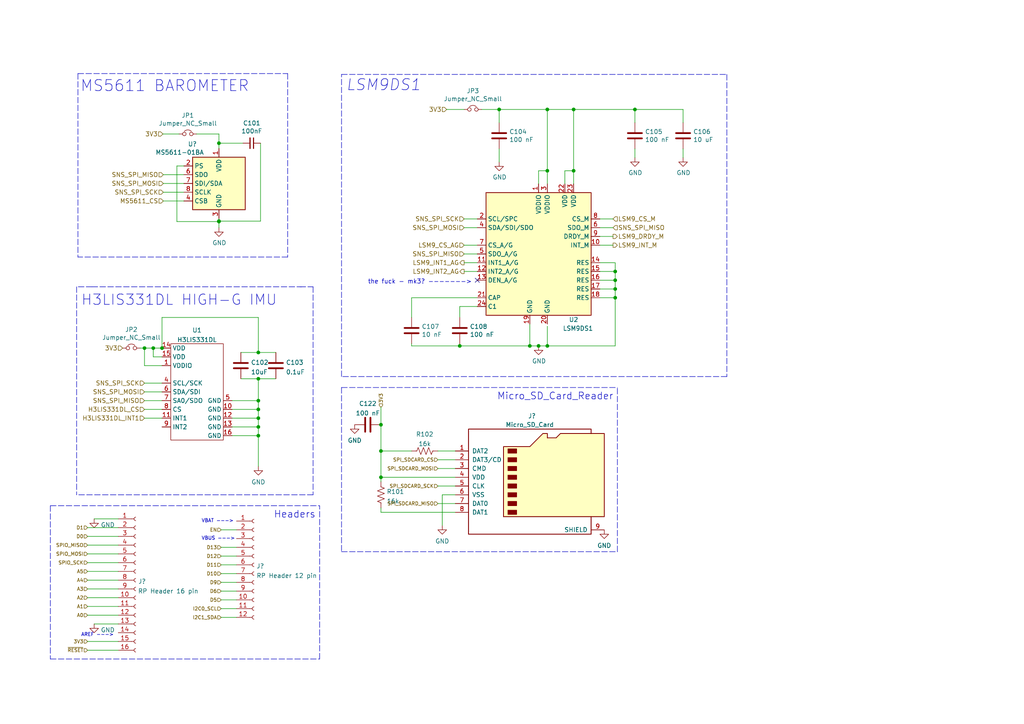
<source format=kicad_sch>
(kicad_sch (version 20211123) (generator eeschema)
  (paper "A4")
  (lib_symbols
    (symbol "Connector:Conn_01x12_Female" (pin_names (offset 1.016) hide)
      (property "Reference" "J" (at 0 15.24 0))
      (property "Value" "Conn_01x12_Female" (at 0 -17.78 0))
      (symbol "Conn_01x12_Female_1_1"
        (pin passive line (at -5.08 12.7 0) (length 3.81) (name "Pin_1") (number "1"))
        (pin passive line (at -5.08 -10.16 0) (length 3.81) (name "Pin_10") (number "10"))
        (pin passive line (at -5.08 -12.7 0) (length 3.81) (name "Pin_11") (number "11"))
        (pin passive line (at -5.08 -15.24 0) (length 3.81) (name "Pin_12") (number "12"))
        (pin passive line (at -5.08 10.16 0) (length 3.81) (name "Pin_2") (number "2"))
        (pin passive line (at -5.08 7.62 0) (length 3.81) (name "Pin_3") (number "3"))
        (pin passive line (at -5.08 5.08 0) (length 3.81) (name "Pin_4") (number "4"))
        (pin passive line (at -5.08 2.54 0) (length 3.81) (name "Pin_5") (number "5"))
        (pin passive line (at -5.08 0 0) (length 3.81) (name "Pin_6") (number "6"))
        (pin passive line (at -5.08 -2.54 0) (length 3.81) (name "Pin_7") (number "7"))
        (pin passive line (at -5.08 -5.08 0) (length 3.81) (name "Pin_8") (number "8"))
        (pin passive line (at -5.08 -7.62 0) (length 3.81) (name "Pin_9") (number "9"))
      )
    )
    (symbol "Connector:Conn_01x16_Female" (pin_names (offset 1.016) hide)
      (property "Reference" "J" (at 0 20.32 0))
      (property "Value" "Conn_01x16_Female" (at 0 -22.86 0))
      (symbol "Conn_01x16_Female_1_1"
        (pin passive line (at -5.08 17.78 0) (length 3.81) (name "Pin_1") (number "1"))
        (pin passive line (at -5.08 -5.08 0) (length 3.81) (name "Pin_10") (number "10"))
        (pin passive line (at -5.08 -7.62 0) (length 3.81) (name "Pin_11") (number "11"))
        (pin passive line (at -5.08 -10.16 0) (length 3.81) (name "Pin_12") (number "12"))
        (pin passive line (at -5.08 -12.7 0) (length 3.81) (name "Pin_13") (number "13"))
        (pin passive line (at -5.08 -15.24 0) (length 3.81) (name "Pin_14") (number "14"))
        (pin passive line (at -5.08 -17.78 0) (length 3.81) (name "Pin_15") (number "15"))
        (pin passive line (at -5.08 -20.32 0) (length 3.81) (name "Pin_16") (number "16"))
        (pin passive line (at -5.08 15.24 0) (length 3.81) (name "Pin_2") (number "2"))
        (pin passive line (at -5.08 12.7 0) (length 3.81) (name "Pin_3") (number "3"))
        (pin passive line (at -5.08 10.16 0) (length 3.81) (name "Pin_4") (number "4"))
        (pin passive line (at -5.08 7.62 0) (length 3.81) (name "Pin_5") (number "5"))
        (pin passive line (at -5.08 5.08 0) (length 3.81) (name "Pin_6") (number "6"))
        (pin passive line (at -5.08 2.54 0) (length 3.81) (name "Pin_7") (number "7"))
        (pin passive line (at -5.08 0 0) (length 3.81) (name "Pin_8") (number "8"))
        (pin passive line (at -5.08 -2.54 0) (length 3.81) (name "Pin_9") (number "9"))
      )
    )
    (symbol "Connector:Micro_SD_Card" (pin_names (offset 1.016))
      (property "Reference" "J" (at -16.51 15.24 0))
      (property "Value" "Micro_SD_Card" (at 16.51 15.24 0))
      (symbol "Micro_SD_Card_1_1"
        (pin bidirectional line (at -22.86 7.62 0) (length 3.81) (name "DAT2") (number "1"))
        (pin bidirectional line (at -22.86 5.08 0) (length 3.81) (name "DAT3/CD") (number "2"))
        (pin input line (at -22.86 2.54 0) (length 3.81) (name "CMD") (number "3"))
        (pin power_in line (at -22.86 0 0) (length 3.81) (name "VDD") (number "4"))
        (pin input line (at -22.86 -2.54 0) (length 3.81) (name "CLK") (number "5"))
        (pin power_in line (at -22.86 -5.08 0) (length 3.81) (name "VSS") (number "6"))
        (pin bidirectional line (at -22.86 -7.62 0) (length 3.81) (name "DAT0") (number "7"))
        (pin bidirectional line (at -22.86 -10.16 0) (length 3.81) (name "DAT1") (number "8"))
        (pin passive line (at 20.32 -15.24 180) (length 3.81) (name "SHIELD") (number "9"))
      )
    )
    (symbol "D24V50F5:C" (pin_numbers hide) (pin_names (offset 0.254))
      (property "Reference" "C" (at 0.635 2.54 0))
      (property "Value" "C" (at 0.635 -2.54 0))
      (symbol "C_1_1"
        (pin passive line (at 0 3.81 270) (length 2.794) (name "~") (number "1"))
        (pin passive line (at 0 -3.81 90) (length 2.794) (name "~") (number "2"))
      )
    )
    (symbol "D24V50F5:Crystal" (pin_numbers hide) (pin_names (offset 1.016) hide)
      (property "Reference" "Y" (at 0 3.81 0))
      (property "Value" "Crystal" (at 0 -3.81 0))
      (symbol "Crystal_1_1"
        (pin passive line (at -3.81 0 0) (length 1.27) (name "1") (number "1"))
        (pin passive line (at 3.81 0 180) (length 1.27) (name "2") (number "2"))
      )
    )
    (symbol "D24V50F5:R" (pin_numbers hide) (pin_names (offset 0))
      (property "Reference" "R" (at 2.032 0 90))
      (property "Value" "R" (at 0 0 90))
      (symbol "R_1_1"
        (pin passive line (at 0 3.81 270) (length 1.27) (name "~") (number "1"))
        (pin passive line (at 0 -3.81 90) (length 1.27) (name "~") (number "2"))
      )
    )
    (symbol "D24V50F5:R_US" (pin_numbers hide) (pin_names (offset 0))
      (property "Reference" "R" (at 2.54 0 90))
      (property "Value" "R_US" (at -2.54 0 90))
      (symbol "R_US_1_1"
        (pin passive line (at 0 3.81 270) (length 1.27) (name "~") (number "1"))
        (pin passive line (at 0 -3.81 90) (length 1.27) (name "~") (number "2"))
      )
    )
    (symbol "Device:C" (pin_numbers hide) (pin_names (offset 0.254))
      (property "Reference" "C" (at 0.635 2.54 0))
      (property "Value" "C" (at 0.635 -2.54 0))
      (symbol "C_1_1"
        (pin passive line (at 0 3.81 270) (length 2.794) (name "~") (number "1"))
        (pin passive line (at 0 -3.81 90) (length 2.794) (name "~") (number "2"))
      )
    )
    (symbol "Device:C_Small" (pin_numbers hide) (pin_names (offset 0.254) hide)
      (property "Reference" "C" (at 0.254 1.778 0))
      (property "Value" "C_Small" (at 0.254 -2.032 0))
      (symbol "C_Small_1_1"
        (pin passive line (at 0 2.54 270) (length 2.032) (name "~") (number "1"))
        (pin passive line (at 0 -2.54 90) (length 2.032) (name "~") (number "2"))
      )
    )
    (symbol "Device:Jumper_NC_Small" (pin_numbers hide) (pin_names (offset 0.762) hide)
      (property "Reference" "JP" (at 0 2.032 0))
      (property "Value" "Device_Jumper_NC_Small" (at 0.254 -1.524 0))
      (symbol "Jumper_NC_Small_0_1"
        (pin passive line (at -2.54 0 0) (length 1.016) (name "1") (number "1"))
        (pin passive line (at 2.54 0 180) (length 1.016) (name "2") (number "2"))
      )
    )
    (symbol "H3LIS331DL:H3LIS331DL"
      (property "Reference" "U" (at 0 16.51 0))
      (property "Value" "H3LIS331DL" (at 0 -13.97 0))
      (symbol "H3LIS331DL_1_1"
        (pin power_in line (at -10.16 8.89 0) (length 2.54) (name "VDDIO") (number "1"))
        (pin power_out line (at 10.16 -3.81 180) (length 2.54) (name "GND") (number "10"))
        (pin output line (at -10.16 -6.35 0) (length 2.54) (name "INT1") (number "11"))
        (pin power_out line (at 10.16 -6.35 180) (length 2.54) (name "GND") (number "12"))
        (pin power_out line (at 10.16 -8.89 180) (length 2.54) (name "GND") (number "13"))
        (pin power_in line (at -10.16 13.97 0) (length 2.54) (name "VDD") (number "14"))
        (pin power_in line (at -10.16 11.43 0) (length 2.54) (name "VDD") (number "15"))
        (pin power_out line (at 10.16 -11.43 180) (length 2.54) (name "GND") (number "16"))
        (pin input line (at -10.16 3.81 0) (length 2.54) (name "SCL/SCK") (number "4"))
        (pin power_out line (at 10.16 -1.27 180) (length 2.54) (name "GND") (number "5"))
        (pin input line (at -10.16 1.27 0) (length 2.54) (name "SDA/SDI") (number "6"))
        (pin output line (at -10.16 -1.27 0) (length 2.54) (name "SA0/SDO") (number "7"))
        (pin output line (at -10.16 -3.81 0) (length 2.54) (name "CS") (number "8"))
        (pin output line (at -10.16 -8.89 0) (length 2.54) (name "INT2") (number "9"))
      )
    )
    (symbol "Memory_Flash:W25Q128JVS"
      (property "Reference" "U" (at -8.89 8.89 0))
      (property "Value" "W25Q128JVS" (at 7.62 8.89 0))
      (symbol "W25Q128JVS_1_1"
        (pin input line (at -12.7 2.54 0) (length 2.54) (name "~{CS}") (number "1"))
        (pin bidirectional line (at 12.7 2.54 180) (length 2.54) (name "DO(IO1)") (number "2"))
        (pin bidirectional line (at 12.7 -2.54 180) (length 2.54) (name "IO2") (number "3"))
        (pin power_in line (at 0 -10.16 90) (length 2.54) (name "GND") (number "4"))
        (pin bidirectional line (at 12.7 5.08 180) (length 2.54) (name "DI(IO0)") (number "5"))
        (pin input line (at -12.7 -2.54 0) (length 2.54) (name "CLK") (number "6"))
        (pin bidirectional line (at 12.7 -5.08 180) (length 2.54) (name "IO3") (number "7"))
        (pin power_in line (at 0 10.16 270) (length 2.54) (name "VCC") (number "8"))
      )
    )
    (symbol "RP2040:RP2040_chip"
      (property "Reference" "U" (at 0 0 0))
      (property "Value" "RP2040_chip" (at 17.78 85.09 0))
      (symbol "RP2040_chip_1_1"
        (pin input line (at -21.59 58.42 0) (length 2.54) (name "IOVDD") (number "1"))
        (pin input line (at -21.59 24.13 0) (length 2.54) (name "IOVDD") (number "10"))
        (pin bidirectional line (at -21.59 20.32 0) (length 2.54) (name "GPIO8") (number "11"))
        (pin bidirectional line (at -21.59 16.51 0) (length 2.54) (name "GPIO9") (number "12"))
        (pin bidirectional line (at -21.59 12.7 0) (length 2.54) (name "GPIO10") (number "13"))
        (pin bidirectional line (at -21.59 8.89 0) (length 2.54) (name "GPIO11") (number "14"))
        (pin bidirectional line (at 0 5.08 90) (length 2.54) (name "GPIO12") (number "15"))
        (pin bidirectional line (at 5.08 5.08 90) (length 2.54) (name "GPIO13") (number "16"))
        (pin bidirectional line (at 10.16 5.08 90) (length 2.54) (name "GPIO14") (number "17"))
        (pin bidirectional line (at 15.24 5.08 90) (length 2.54) (name "GPIO15") (number "18"))
        (pin bidirectional line (at 20.32 5.08 90) (length 2.54) (name "TESTEN") (number "19"))
        (pin bidirectional line (at -21.59 54.61 0) (length 2.54) (name "GPIO0") (number "2"))
        (pin bidirectional line (at 25.4 5.08 90) (length 2.54) (name "XIN") (number "20"))
        (pin bidirectional line (at 30.48 5.08 90) (length 2.54) (name "XOUT") (number "21"))
        (pin input line (at 35.56 5.08 90) (length 2.54) (name "IOVDD") (number "22"))
        (pin bidirectional line (at 40.64 5.08 90) (length 2.54) (name "DVDD") (number "23"))
        (pin bidirectional line (at 45.72 5.08 90) (length 2.54) (name "SWCLK") (number "24"))
        (pin bidirectional line (at 50.8 5.08 90) (length 2.54) (name "SWDIO") (number "25"))
        (pin bidirectional line (at 55.88 5.08 90) (length 2.54) (name "RUN") (number "26"))
        (pin bidirectional line (at 60.96 5.08 90) (length 2.54) (name "GPIO16") (number "27"))
        (pin bidirectional line (at 66.04 5.08 90) (length 2.54) (name "GPIO17") (number "28"))
        (pin bidirectional line (at 81.28 8.89 180) (length 2.54) (name "GPIO18") (number "29"))
        (pin bidirectional line (at -21.59 50.8 0) (length 2.54) (name "GPIO1") (number "3"))
        (pin bidirectional line (at 81.28 12.7 180) (length 2.54) (name "GPIO19") (number "30"))
        (pin bidirectional line (at 81.28 17.78 180) (length 2.54) (name "GPIO20") (number "31"))
        (pin bidirectional line (at 81.28 22.86 180) (length 2.54) (name "GPIO21") (number "32"))
        (pin input line (at 81.28 26.67 180) (length 2.54) (name "IOVDD") (number "33"))
        (pin bidirectional line (at 81.28 30.48 180) (length 2.54) (name "GPIO22") (number "34"))
        (pin bidirectional line (at 81.28 34.29 180) (length 2.54) (name "GPIO23") (number "35"))
        (pin bidirectional line (at 81.28 38.1 180) (length 2.54) (name "GPIO24") (number "36"))
        (pin bidirectional line (at 81.28 41.91 180) (length 2.54) (name "GPIO25") (number "37"))
        (pin bidirectional line (at 81.28 45.72 180) (length 2.54) (name "GPIO26/ADC0") (number "38"))
        (pin bidirectional line (at 81.28 49.53 180) (length 2.54) (name "GPIO27/ADC1") (number "39"))
        (pin bidirectional line (at -21.59 46.99 0) (length 2.54) (name "GPIO2") (number "4"))
        (pin bidirectional line (at 81.28 53.34 180) (length 2.54) (name "GPIO28/ADC2") (number "40"))
        (pin bidirectional line (at 81.28 57.15 180) (length 2.54) (name "GPIO29/ADC3") (number "41"))
        (pin input line (at 81.28 60.96 180) (length 2.54) (name "IOVDD") (number "42"))
        (pin bidirectional line (at 63.5 64.77 270) (length 2.54) (name "ADC_AVDD") (number "43"))
        (pin bidirectional line (at 59.69 64.77 270) (length 2.54) (name "VREG_VIN") (number "44"))
        (pin bidirectional line (at 54.61 64.77 270) (length 2.54) (name "VREG_VOUT") (number "45"))
        (pin bidirectional line (at 49.53 64.77 270) (length 2.54) (name "USB_DM") (number "46"))
        (pin bidirectional line (at 44.45 64.77 270) (length 2.54) (name "USB_DP") (number "47"))
        (pin bidirectional line (at 39.37 64.77 270) (length 2.54) (name "USB_VDD") (number "48"))
        (pin input line (at 35.56 64.77 270) (length 2.54) (name "IOVDD") (number "49"))
        (pin bidirectional line (at -21.59 43.18 0) (length 2.54) (name "GPIO3") (number "5"))
        (pin bidirectional line (at 30.48 64.77 270) (length 2.54) (name "DVDD") (number "50"))
        (pin bidirectional line (at 25.4 64.77 270) (length 2.54) (name "QSPI_SD3") (number "51"))
        (pin bidirectional line (at 20.32 64.77 270) (length 2.54) (name "QSPI_SCLK") (number "52"))
        (pin bidirectional line (at 15.24 64.77 270) (length 2.54) (name "QSPI_SD0") (number "53"))
        (pin bidirectional line (at 10.16 64.77 270) (length 2.54) (name "QSPI_SD2") (number "54"))
        (pin bidirectional line (at 5.08 64.77 270) (length 2.54) (name "QSPI_SD1") (number "55"))
        (pin bidirectional line (at 0 64.77 270) (length 2.54) (name "QSPI_SS_N") (number "56"))
        (pin bidirectional line (at -21.59 39.37 0) (length 2.54) (name "GPIO4") (number "6"))
        (pin bidirectional line (at -21.59 35.56 0) (length 2.54) (name "GPIO5") (number "7"))
        (pin bidirectional line (at -21.59 31.75 0) (length 2.54) (name "GPIO6") (number "8"))
        (pin bidirectional line (at -21.59 27.94 0) (length 2.54) (name "GPIO7") (number "9"))
      )
    )
    (symbol "Sensor_Motion:LSM9DS1"
      (property "Reference" "U" (at -15.24 21.59 0))
      (property "Value" "LSM9DS1" (at -15.24 19.05 0))
      (symbol "LSM9DS1_1_1"
        (pin power_in line (at 0 20.32 270) (length 2.54) (name "VDDIO") (number "1"))
        (pin output line (at 17.78 2.54 180) (length 2.54) (name "INT_M") (number "10"))
        (pin output line (at -17.78 -2.54 0) (length 2.54) (name "INT1_A/G") (number "11"))
        (pin output line (at -17.78 -5.08 0) (length 2.54) (name "INT2_A/G") (number "12"))
        (pin input line (at -17.78 -7.62 0) (length 2.54) (name "DEN_A/G") (number "13"))
        (pin bidirectional line (at 17.78 -2.54 180) (length 2.54) (name "RES") (number "14"))
        (pin bidirectional line (at 17.78 -5.08 180) (length 2.54) (name "RES") (number "15"))
        (pin bidirectional line (at 17.78 -7.62 180) (length 2.54) (name "RES") (number "16"))
        (pin bidirectional line (at 17.78 -10.16 180) (length 2.54) (name "RES") (number "17"))
        (pin bidirectional line (at 17.78 -12.7 180) (length 2.54) (name "RES") (number "18"))
        (pin power_in line (at -2.54 -20.32 90) (length 2.54) (name "GND") (number "19"))
        (pin input line (at -17.78 10.16 0) (length 2.54) (name "SCL/SPC") (number "2"))
        (pin power_in line (at 2.54 -20.32 90) (length 2.54) (name "GND") (number "20"))
        (pin passive line (at -17.78 -12.7 0) (length 2.54) (name "CAP") (number "21"))
        (pin power_in line (at 7.62 20.32 270) (length 2.54) (name "VDD") (number "22"))
        (pin power_in line (at 10.16 20.32 270) (length 2.54) (name "VDD") (number "23"))
        (pin passive line (at -17.78 -15.24 0) (length 2.54) (name "C1") (number "24"))
        (pin power_in line (at 2.54 20.32 270) (length 2.54) (name "VDDIO") (number "3"))
        (pin bidirectional line (at -17.78 7.62 0) (length 2.54) (name "SDA/SDI/SDO") (number "4"))
        (pin output line (at -17.78 0 0) (length 2.54) (name "SDO_A/G") (number "5"))
        (pin output line (at 17.78 7.62 180) (length 2.54) (name "SDO_M") (number "6"))
        (pin input line (at -17.78 2.54 0) (length 2.54) (name "CS_A/G") (number "7"))
        (pin input line (at 17.78 10.16 180) (length 2.54) (name "CS_M") (number "8"))
        (pin output line (at 17.78 5.08 180) (length 2.54) (name "DRDY_M") (number "9"))
      )
    )
    (symbol "Sensor_Pressure:MS5611-01BA"
      (property "Reference" "U" (at -6.35 8.89 0))
      (property "Value" "MS5611-01BA" (at 7.62 8.89 0))
      (symbol "MS5611-01BA_1_1"
        (pin power_in line (at 0 10.16 270) (length 2.54) (name "VDD") (number "1"))
        (pin input line (at -10.16 5.08 0) (length 2.54) (name "PS") (number "2"))
        (pin power_in line (at 0 -10.16 90) (length 2.54) (name "GND") (number "3"))
        (pin input line (at -10.16 -5.08 0) (length 2.54) (name "CSB") (number "4"))
        (pin input line (at -10.16 -5.08 0) (length 2.54) hide (name "CSB") (number "5"))
        (pin output line (at -10.16 2.54 0) (length 2.54) (name "SDO") (number "6"))
        (pin bidirectional line (at -10.16 0 0) (length 2.54) (name "SDI/SDA") (number "7"))
        (pin input line (at -10.16 -2.54 0) (length 2.54) (name "SCLK") (number "8"))
      )
    )
    (symbol "power:+1V1" (power) (pin_names (offset 0))
      (property "Value" "+1V1" (at 0 3.556 0))
      (symbol "+1V1_1_1"
        (pin power_in line (at 0 0 90) (length 0) hide (name "+1V1") (number "1"))
      )
    )
    (symbol "power:+3V3" (power) (pin_names (offset 0))
      (property "Value" "+3V3" (at 0 3.556 0))
      (symbol "+3V3_1_1"
        (pin power_in line (at 0 0 90) (length 0) hide (name "+3V3") (number "1"))
      )
    )
    (symbol "power:GND" (power) (pin_names (offset 0))
      (property "Value" "GND" (at 0 -3.81 0))
      (symbol "GND_1_1"
        (pin power_in line (at 0 0 270) (length 0) hide (name "GND") (number "1"))
      )
    )
  )
  (junction (at 144.78 31.75))
  (junction (at 74.93 121.285))
  (junction (at 110.49 130.81))
  (junction (at 110.49 138.43))
  (junction (at 392.43 -20.32))
  (junction (at 153.67 100.33))
  (junction (at 452.12 29.845))
  (junction (at 463.55 10.795))
  (junction (at 406.4 27.305))
  (junction (at 453.39 22.225))
  (junction (at 325.12 1.27))
  (junction (at 166.37 31.75))
  (junction (at 430.53 24.13))
  (junction (at 443.23 22.225))
  (junction (at 458.47 71.755))
  (junction (at 110.49 123.19))
  (junction (at 433.07 10.795))
  (junction (at 345.44 -15.24))
  (junction (at 156.21 100.33))
  (junction (at 74.93 102.235))
  (junction (at 473.71 10.795))
  (junction (at 184.15 31.75))
  (junction (at 453.39 10.795))
  (junction (at 74.93 118.745))
  (junction (at 178.435 81.28))
  (junction (at 133.35 100.33))
  (junction (at 381 138.43))
  (junction (at 74.93 126.365))
  (junction (at 430.53 15.875))
  (junction (at 426.72 27.305))
  (junction (at 158.75 100.33))
  (junction (at 407.035 160.02))
  (junction (at 158.75 49.53))
  (junction (at 430.53 27.305))
  (junction (at 345.44 -18.415))
  (junction (at 430.53 10.795))
  (junction (at 325.12 6.985))
  (junction (at 397.51 20.955))
  (junction (at 41.91 100.965))
  (junction (at 443.23 10.795))
  (junction (at 178.435 78.74))
  (junction (at 63.5 41.529))
  (junction (at 178.435 86.36))
  (junction (at 407.035 138.43))
  (junction (at 402.59 109.855))
  (junction (at 44.45 100.965))
  (junction (at 322.58 74.295))
  (junction (at 397.51 31.115))
  (junction (at 483.235 10.795))
  (junction (at 158.75 31.75))
  (junction (at 463.55 22.225))
  (junction (at 63.5 64.262))
  (junction (at 74.93 109.855))
  (junction (at 397.51 1.27))
  (junction (at 473.71 22.225))
  (junction (at 492.125 22.225))
  (junction (at 74.93 116.205))
  (junction (at 483.235 22.225))
  (junction (at 166.37 49.53))
  (junction (at 46.99 100.965))
  (junction (at 63.5 64.135))
  (junction (at 178.435 83.82))
  (junction (at 74.93 123.825))
  (no_connect (at 138.43 81.28))
  (wire (pts (xy 156.21 49.53) (xy 156.21 53.34)))
  (polyline (pts (xy 83.439 74.549) (xy 22.606 74.549)))
  (wire (pts (xy 166.37 31.75) (xy 184.15 31.75)))
  (wire (pts (xy 358.14 -3.175) (xy 372.11 -3.175)))
  (wire (pts (xy 335.915 43.815) (xy 345.44 43.815)))
  (wire (pts (xy 463.55 10.795) (xy 473.71 10.795)))
  (wire (pts (xy 492.125 18.415) (xy 492.125 22.225)))
  (wire (pts (xy 25.4 158.115) (xy 34.29 158.115)))
  (wire (pts (xy 483.235 18.415) (xy 483.235 22.225)))
  (wire (pts (xy 473.71 22.225) (xy 483.235 22.225)))
  (wire (pts (xy 452.12 37.465) (xy 452.12 29.845)))
  (wire (pts (xy 335.915 62.865) (xy 345.44 62.865)))
  (wire (pts (xy 53.34 48.133) (xy 51.308 48.133)))
  (wire (pts (xy 184.15 43.18) (xy 184.15 45.72)))
  (wire (pts (xy 345.44 40.005) (xy 322.58 40.005)))
  (wire (pts (xy 127 135.89) (xy 132.08 135.89)))
  (wire (pts (xy 74.93 116.205) (xy 74.93 118.745)))
  (wire (pts (xy 134.62 73.66) (xy 138.43 73.66)))
  (wire (pts (xy 41.91 121.285) (xy 46.99 121.285)))
  (wire (pts (xy 177.8 66.04) (xy 173.99 66.04)))
  (wire (pts (xy 483.235 10.795) (xy 492.125 10.795)))
  (wire (pts (xy 166.37 31.75) (xy 166.37 49.53)))
  (wire (pts (xy 448.31 71.755) (xy 458.47 71.755)))
  (wire (pts (xy 67.31 116.205) (xy 74.93 116.205)))
  (wire (pts (xy 67.31 118.745) (xy 74.93 118.745)))
  (wire (pts (xy 387.35 93.345) (xy 387.35 96.52)))
  (wire (pts (xy 53.34 55.753) (xy 47.371 55.753)))
  (wire (pts (xy 41.91 100.965) (xy 44.45 100.965)))
  (wire (pts (xy 397.51 20.955) (xy 397.51 31.115)))
  (polyline (pts (xy 14.605 191.135) (xy 92.71 191.135)))
  (wire (pts (xy 317.5 14.605) (xy 317.5 27.94)))
  (wire (pts (xy 336.55 81.915) (xy 345.44 81.915)))
  (wire (pts (xy 51.308 48.133) (xy 51.308 64.262)))
  (polyline (pts (xy 86.995 83.185) (xy 90.805 83.185)))
  (wire (pts (xy 128.27 143.51) (xy 132.08 143.51)))
  (wire (pts (xy 421.64 33.655) (xy 421.64 31.115)))
  (wire (pts (xy 53.34 53.213) (xy 47.371 53.213)))
  (wire (pts (xy 173.99 76.2) (xy 178.435 76.2)))
  (wire (pts (xy 448.31 37.465) (xy 452.12 37.465)))
  (wire (pts (xy 407.67 116.84) (xy 337.82 116.84)))
  (wire (pts (xy 178.435 78.74) (xy 178.435 81.28)))
  (wire (pts (xy 64.135 161.29) (xy 68.58 161.29)))
  (wire (pts (xy 41.91 106.045) (xy 41.91 100.965)))
  (wire (pts (xy 127 146.05) (xy 132.08 146.05)))
  (wire (pts (xy 392.43 -20.32) (xy 385.445 -20.32)))
  (wire (pts (xy 158.75 31.75) (xy 158.75 49.53)))
  (wire (pts (xy 110.49 138.43) (xy 110.49 130.81)))
  (polyline (pts (xy 90.805 143.51) (xy 22.225 143.51)))
  (wire (pts (xy 133.35 100.33) (xy 153.67 100.33)))
  (wire (pts (xy 399.415 138.43) (xy 407.035 138.43)))
  (wire (pts (xy 51.308 64.262) (xy 63.5 64.262)))
  (wire (pts (xy 358.14 -5.715) (xy 382.27 -5.715)))
  (wire (pts (xy 323.215 -15.24) (xy 323.215 -13.335)))
  (wire (pts (xy 402.59 93.345) (xy 402.59 109.855)))
  (wire (pts (xy 337.82 116.84) (xy 337.82 20.955)))
  (wire (pts (xy 119.38 100.33) (xy 133.35 100.33)))
  (wire (pts (xy 127 140.97) (xy 132.08 140.97)))
  (wire (pts (xy 134.62 78.74) (xy 138.43 78.74)))
  (wire (pts (xy 173.99 81.28) (xy 178.435 81.28)))
  (wire (pts (xy 64.135 153.67) (xy 68.58 153.67)))
  (polyline (pts (xy 26.67 83.185) (xy 87.503 83.185)))
  (wire (pts (xy 377.19 1.905) (xy 377.19 33.655)))
  (wire (pts (xy 367.03 26.035) (xy 367.03 33.655)))
  (wire (pts (xy 64.135 163.83) (xy 68.58 163.83)))
  (wire (pts (xy 337.82 20.955) (xy 397.51 20.955)))
  (wire (pts (xy 173.99 83.82) (xy 178.435 83.82)))
  (wire (pts (xy 25.4 178.435) (xy 34.29 178.435)))
  (wire (pts (xy 397.51 1.27) (xy 412.75 1.27)))
  (wire (pts (xy 173.99 78.74) (xy 178.435 78.74)))
  (wire (pts (xy 110.49 118.11) (xy 110.49 123.19)))
  (wire (pts (xy 144.78 31.75) (xy 158.75 31.75)))
  (wire (pts (xy 345.44 -15.24) (xy 345.44 -10.795)))
  (wire (pts (xy 397.51 31.115) (xy 397.51 33.655)))
  (wire (pts (xy 27.305 180.975) (xy 34.29 180.975)))
  (wire (pts (xy 411.48 17.145) (xy 411.48 22.225)))
  (wire (pts (xy 110.49 138.43) (xy 132.08 138.43)))
  (wire (pts (xy 335.915 55.245) (xy 345.44 55.245)))
  (wire (pts (xy 372.11 93.345) (xy 372.11 97.155)))
  (wire (pts (xy 335.915 51.435) (xy 345.44 51.435)))
  (wire (pts (xy 51.943 38.862) (xy 47.244 38.862)))
  (wire (pts (xy 134.62 66.04) (xy 138.43 66.04)))
  (wire (pts (xy 397.51 31.115) (xy 421.64 31.115)))
  (wire (pts (xy 25.4 163.195) (xy 34.29 163.195)))
  (wire (pts (xy 41.91 106.045) (xy 46.99 106.045)))
  (wire (pts (xy 119.38 99.695) (xy 119.38 100.33)))
  (wire (pts (xy 397.51 -20.32) (xy 397.51 1.27)))
  (wire (pts (xy 385.445 -6.35) (xy 385.445 -4.445)))
  (wire (pts (xy 407.035 132.715) (xy 407.035 138.43)))
  (polyline (pts (xy 14.605 146.685) (xy 92.71 146.685)))
  (wire (pts (xy 138.43 88.9) (xy 133.35 88.9)))
  (wire (pts (xy 430.53 15.875) (xy 430.53 24.13)))
  (wire (pts (xy 41.91 113.665) (xy 46.99 113.665)))
  (wire (pts (xy 110.49 148.59) (xy 110.49 147.32)))
  (wire (pts (xy 144.78 31.75) (xy 144.78 35.56)))
  (wire (pts (xy 74.93 121.285) (xy 74.93 123.825)))
  (wire (pts (xy 382.27 -5.715) (xy 382.27 33.655)))
  (wire (pts (xy 335.915 89.535) (xy 345.44 89.535)))
  (wire (pts (xy 345.44 -15.24) (xy 323.215 -15.24)))
  (wire (pts (xy 63.5 41.529) (xy 63.5 38.862)))
  (wire (pts (xy 63.5 64.135) (xy 63.5 64.262)))
  (polyline (pts (xy 99.06 112.395) (xy 179.07 112.395)))
  (wire (pts (xy 69.85 102.235) (xy 74.93 102.235)))
  (wire (pts (xy 119.38 86.36) (xy 119.38 92.075)))
  (wire (pts (xy 178.435 86.36) (xy 178.435 100.33)))
  (wire (pts (xy 63.5 64.262) (xy 63.5 66.04)))
  (wire (pts (xy 44.45 103.505) (xy 44.45 100.965)))
  (polyline (pts (xy 179.07 160.02) (xy 179.07 112.395)))
  (polyline (pts (xy 99.06 21.59) (xy 210.82 21.59)))
  (wire (pts (xy 75.565 64.135) (xy 63.5 64.135)))
  (wire (pts (xy 53.34 58.293) (xy 47.371 58.293)))
  (wire (pts (xy 134.62 76.2) (xy 138.43 76.2)))
  (wire (pts (xy 430.53 24.13) (xy 430.53 27.305)))
  (wire (pts (xy 402.59 27.305) (xy 406.4 27.305)))
  (polyline (pts (xy 210.82 21.59) (xy 210.82 109.22)))
  (wire (pts (xy 153.67 93.98) (xy 153.67 100.33)))
  (wire (pts (xy 198.12 43.18) (xy 198.12 45.72)))
  (wire (pts (xy 198.12 31.75) (xy 198.12 35.56)))
  (polyline (pts (xy 26.67 83.185) (xy 22.225 83.185)))
  (wire (pts (xy 473.71 10.795) (xy 483.235 10.795)))
  (wire (pts (xy 336.55 78.105) (xy 345.44 78.105)))
  (wire (pts (xy 458.47 71.755) (xy 463.55 71.755)))
  (wire (pts (xy 63.5 43.053) (xy 63.5 41.529)))
  (wire (pts (xy 129.54 31.75) (xy 134.62 31.75)))
  (wire (pts (xy 74.93 92.075) (xy 74.93 102.235)))
  (wire (pts (xy 41.91 116.205) (xy 46.99 116.205)))
  (wire (pts (xy 397.51 -20.32) (xy 392.43 -20.32)))
  (wire (pts (xy 41.91 111.125) (xy 46.99 111.125)))
  (wire (pts (xy 335.915 47.625) (xy 345.44 47.625)))
  (wire (pts (xy 178.435 76.2) (xy 178.435 78.74)))
  (wire (pts (xy 397.51 1.27) (xy 397.51 20.955)))
  (wire (pts (xy 134.62 63.5) (xy 138.43 63.5)))
  (wire (pts (xy 323.215 -5.715) (xy 323.215 1.27)))
  (wire (pts (xy 127 133.35) (xy 132.08 133.35)))
  (wire (pts (xy 443.23 10.795) (xy 453.39 10.795)))
  (wire (pts (xy 25.4 155.575) (xy 34.29 155.575)))
  (wire (pts (xy 25.4 153.035) (xy 34.29 153.035)))
  (wire (pts (xy 184.15 31.75) (xy 198.12 31.75)))
  (wire (pts (xy 325.12 -3.175) (xy 325.12 1.27)))
  (wire (pts (xy 392.43 4.445) (xy 392.43 33.655)))
  (wire (pts (xy 178.435 100.33) (xy 158.75 100.33)))
  (wire (pts (xy 158.75 49.53) (xy 156.21 49.53)))
  (wire (pts (xy 64.135 171.45) (xy 68.58 171.45)))
  (wire (pts (xy 377.19 93.345) (xy 377.19 97.155)))
  (wire (pts (xy 127 130.81) (xy 132.08 130.81)))
  (wire (pts (xy 53.34 50.673) (xy 47.371 50.673)))
  (wire (pts (xy 319.405 74.295) (xy 319.405 109.855)))
  (polyline (pts (xy 22.606 21.336) (xy 83.439 21.336)))
  (wire (pts (xy 64.135 173.99) (xy 68.58 173.99)))
  (wire (pts (xy 325.12 6.985) (xy 325.12 26.035)))
  (wire (pts (xy 430.53 10.795) (xy 430.53 15.875)))
  (polyline (pts (xy 90.805 83.185) (xy 90.805 143.51)))
  (wire (pts (xy 64.135 179.07) (xy 68.58 179.07)))
  (wire (pts (xy 25.4 170.815) (xy 34.29 170.815)))
  (wire (pts (xy 402.59 113.665) (xy 458.47 113.665)))
  (wire (pts (xy 345.44 -18.415) (xy 358.775 -18.415)))
  (wire (pts (xy 402.59 33.655) (xy 402.59 27.305)))
  (wire (pts (xy 325.12 1.27) (xy 325.12 6.985)))
  (wire (pts (xy 63.5 38.862) (xy 57.023 38.862)))
  (wire (pts (xy 473.71 18.415) (xy 473.71 22.225)))
  (wire (pts (xy 158.75 49.53) (xy 158.75 53.34)))
  (wire (pts (xy 184.15 31.75) (xy 184.15 35.56)))
  (wire (pts (xy 407.035 160.02) (xy 407.035 164.465)))
  (wire (pts (xy 430.53 27.305) (xy 430.53 33.655)))
  (wire (pts (xy 426.72 27.305) (xy 430.53 27.305)))
  (wire (pts (xy 372.11 -3.175) (xy 372.11 33.655)))
  (wire (pts (xy 67.31 121.285) (xy 74.93 121.285)))
  (wire (pts (xy 483.235 22.225) (xy 492.125 22.225)))
  (wire (pts (xy 74.93 109.855) (xy 74.93 116.205)))
  (wire (pts (xy 41.91 118.745) (xy 46.99 118.745)))
  (wire (pts (xy 358.14 4.445) (xy 392.43 4.445)))
  (wire (pts (xy 322.58 40.005) (xy 322.58 74.295)))
  (wire (pts (xy 166.37 49.53) (xy 163.83 49.53)))
  (polyline (pts (xy 83.439 21.336) (xy 83.439 74.549)))
  (wire (pts (xy 138.43 86.36) (xy 119.38 86.36)))
  (wire (pts (xy 128.27 152.4) (xy 128.27 143.51)))
  (wire (pts (xy 110.49 130.81) (xy 119.38 130.81)))
  (wire (pts (xy 27.305 150.495) (xy 34.29 150.495)))
  (wire (pts (xy 381 132.715) (xy 381 138.43)))
  (wire (pts (xy 67.31 123.825) (xy 74.93 123.825)))
  (wire (pts (xy 407.035 160.02) (xy 407.035 155.575)))
  (wire (pts (xy 63.5 63.373) (xy 63.5 64.135)))
  (wire (pts (xy 74.93 109.855) (xy 80.01 109.855)))
  (wire (pts (xy 406.4 27.305) (xy 426.72 27.305)))
  (wire (pts (xy 358.775 -18.415) (xy 358.775 -15.875)))
  (polyline (pts (xy 99.06 109.22) (xy 99.06 21.59)))
  (wire (pts (xy 177.8 71.12) (xy 173.99 71.12)))
  (wire (pts (xy 421.64 15.875) (xy 430.53 15.875)))
  (wire (pts (xy 463.55 22.225) (xy 473.71 22.225)))
  (wire (pts (xy 133.35 88.9) (xy 133.35 92.075)))
  (wire (pts (xy 46.99 100.965) (xy 46.99 92.075)))
  (polyline (pts (xy 99.06 160.02) (xy 179.07 160.02)))
  (wire (pts (xy 46.99 92.075) (xy 74.93 92.075)))
  (wire (pts (xy 158.75 31.75) (xy 166.37 31.75)))
  (wire (pts (xy 319.405 109.855) (xy 402.59 109.855)))
  (wire (pts (xy 74.93 126.365) (xy 74.93 135.255)))
  (wire (pts (xy 332.74 1.905) (xy 332.74 28.575)))
  (wire (pts (xy 335.915 85.725) (xy 345.44 85.725)))
  (wire (pts (xy 402.59 109.855) (xy 402.59 113.665)))
  (wire (pts (xy 411.48 29.845) (xy 411.48 33.655)))
  (wire (pts (xy 406.4 27.305) (xy 406.4 33.655)))
  (wire (pts (xy 463.55 29.845) (xy 452.12 29.845)))
  (wire (pts (xy 397.51 93.345) (xy 397.51 100.965)))
  (wire (pts (xy 430.53 10.795) (xy 433.07 10.795)))
  (wire (pts (xy 67.31 126.365) (xy 74.93 126.365)))
  (wire (pts (xy 178.435 83.82) (xy 178.435 86.36)))
  (wire (pts (xy 139.7 31.75) (xy 144.78 31.75)))
  (wire (pts (xy 64.135 158.75) (xy 68.58 158.75)))
  (wire (pts (xy 335.915 66.675) (xy 345.44 66.675)))
  (wire (pts (xy 452.12 29.845) (xy 452.12 24.13)))
  (wire (pts (xy 69.85 109.855) (xy 74.93 109.855)))
  (wire (pts (xy 64.135 166.37) (xy 68.58 166.37)))
  (wire (pts (xy 381 138.43) (xy 381 147.955)))
  (wire (pts (xy 64.135 168.91) (xy 68.58 168.91)))
  (wire (pts (xy 392.43 -20.32) (xy 392.43 -12.065)))
  (wire (pts (xy 25.4 173.355) (xy 34.29 173.355)))
  (wire (pts (xy 453.39 22.225) (xy 463.55 22.225)))
  (wire (pts (xy 416.56 11.43) (xy 416.56 14.605)))
  (wire (pts (xy 407.035 138.43) (xy 407.035 147.955)))
  (wire (pts (xy 332.74 28.575) (xy 387.35 28.575)))
  (wire (pts (xy 367.03 93.345) (xy 367.03 97.155)))
  (wire (pts (xy 443.23 18.415) (xy 443.23 22.225)))
  (polyline (pts (xy 22.606 21.336) (xy 22.606 74.549)))
  (wire (pts (xy 433.07 18.415) (xy 433.07 22.225)))
  (wire (pts (xy 319.405 74.295) (xy 322.58 74.295)))
  (wire (pts (xy 345.44 -20.32) (xy 345.44 -18.415)))
  (polyline (pts (xy 22.225 83.185) (xy 22.225 143.51)))
  (wire (pts (xy 74.93 123.825) (xy 74.93 126.365)))
  (wire (pts (xy 407.67 93.345) (xy 407.67 116.84)))
  (wire (pts (xy 132.08 148.59) (xy 110.49 148.59)))
  (wire (pts (xy 345.44 -18.415) (xy 345.44 -15.24)))
  (wire (pts (xy 463.55 18.415) (xy 463.55 22.225)))
  (wire (pts (xy 144.78 43.18) (xy 144.78 46.99)))
  (wire (pts (xy 110.49 130.81) (xy 110.49 123.19)))
  (wire (pts (xy 463.55 71.755) (xy 463.55 29.845)))
  (wire (pts (xy 178.435 81.28) (xy 178.435 83.82)))
  (wire (pts (xy 381 160.02) (xy 407.035 160.02)))
  (wire (pts (xy 163.83 49.53) (xy 163.83 53.34)))
  (wire (pts (xy 443.23 22.225) (xy 453.39 22.225)))
  (wire (pts (xy 323.215 1.27) (xy 325.12 1.27)))
  (wire (pts (xy 40.64 100.965) (xy 41.91 100.965)))
  (wire (pts (xy 391.795 138.43) (xy 381 138.43)))
  (wire (pts (xy 385.445 -4.445) (xy 392.43 -4.445)))
  (wire (pts (xy 166.37 49.53) (xy 166.37 53.34)))
  (wire (pts (xy 25.4 186.055) (xy 34.29 186.055)))
  (wire (pts (xy 453.39 18.415) (xy 453.39 22.225)))
  (wire (pts (xy 177.8 63.5) (xy 173.99 63.5)))
  (wire (pts (xy 158.75 100.33) (xy 156.21 100.33)))
  (wire (pts (xy 158.75 94.615) (xy 158.75 100.33)))
  (wire (pts (xy 332.74 -3.175) (xy 325.12 -3.175)))
  (wire (pts (xy 416.56 22.225) (xy 416.56 33.655)))
  (wire (pts (xy 110.49 138.43) (xy 110.49 139.7)))
  (wire (pts (xy 397.51 132.715) (xy 407.035 132.715)))
  (wire (pts (xy 317.5 6.985) (xy 325.12 6.985)))
  (wire (pts (xy 458.47 113.665) (xy 458.47 71.755)))
  (wire (pts (xy 25.4 175.895) (xy 34.29 175.895)))
  (polyline (pts (xy 99.06 112.395) (xy 99.06 160.02)))
  (wire (pts (xy 385.445 -20.32) (xy 385.445 -13.97)))
  (wire (pts (xy 433.07 22.225) (xy 443.23 22.225)))
  (polyline (pts (xy 210.82 109.22) (xy 99.06 109.22)))
  (wire (pts (xy 25.4 168.275) (xy 34.29 168.275)))
  (wire (pts (xy 322.58 74.295) (xy 345.44 74.295)))
  (wire (pts (xy 381 155.575) (xy 381 160.02)))
  (wire (pts (xy 177.8 68.58) (xy 173.99 68.58)))
  (polyline (pts (xy 14.605 146.685) (xy 14.605 191.135)))
  (wire (pts (xy 173.99 86.36) (xy 178.435 86.36)))
  (wire (pts (xy 153.67 100.33) (xy 156.21 100.33)))
  (wire (pts (xy 75.565 41.529) (xy 75.565 64.135)))
  (wire (pts (xy 64.135 176.53) (xy 68.58 176.53)))
  (wire (pts (xy 47.117 100.965) (xy 46.99 100.965)))
  (wire (pts (xy 392.43 132.715) (xy 381 132.715)))
  (wire (pts (xy 25.4 188.595) (xy 34.29 188.595)))
  (wire (pts (xy 70.485 41.529) (xy 63.5 41.529)))
  (wire (pts (xy 74.93 118.745) (xy 74.93 121.285)))
  (wire (pts (xy 453.39 10.795) (xy 463.55 10.795)))
  (wire (pts (xy 325.12 26.035) (xy 367.03 26.035)))
  (wire (pts (xy 74.93 102.235) (xy 80.01 102.235)))
  (wire (pts (xy 25.4 165.735) (xy 34.29 165.735)))
  (wire (pts (xy 392.43 93.345) (xy 392.43 132.715)))
  (wire (pts (xy 452.12 24.13) (xy 430.53 24.13)))
  (polyline (pts (xy 92.71 191.135) (xy 92.71 146.685)))
  (wire (pts (xy 426.72 27.305) (xy 426.72 33.655)))
  (wire (pts (xy 387.35 28.575) (xy 387.35 33.655)))
  (wire (pts (xy 134.62 71.12) (xy 138.43 71.12)))
  (wire (pts (xy 133.35 99.695) (xy 133.35 100.33)))
  (wire (pts (xy 46.99 100.965) (xy 44.45 100.965)))
  (wire (pts (xy 397.51 108.585) (xy 397.51 132.715)))
  (wire (pts (xy 358.14 1.905) (xy 377.19 1.905)))
  (wire (pts (xy 46.99 103.505) (xy 44.45 103.505)))
  (wire (pts (xy 25.4 160.655) (xy 34.29 160.655)))
  (wire (pts (xy 433.07 10.795) (xy 443.23 10.795)))
  (text "Headers" (at 79.375 150.495 0) (effects (font (size 2 2)) (justify left bottom)))
  (text "H3LIS331DL HIGH-G IMU" (at 23.495 88.9 0) (effects (font (size 3 3)) (justify left bottom)))
  (text "LSM9DS1\n" (at 100.33 26.67 0) (effects (font (size 3.2004 3.2004) italic) (justify left bottom)))
  (text "AREF --->" (at 23.495 184.785 0) (effects (font (size 1 1)) (justify left bottom)))
  (text "Micro_SD_Card_Reader" (at 144.145 116.205 0) (effects (font (size 2 2)) (justify left bottom)))
  (text "VBUS --->" (at 58.42 156.845 0) (effects (font (size 1 1)) (justify left bottom)))
  (text "VBAT --->" (at 58.42 151.765 0) (effects (font (size 1 1)) (justify left bottom)))
  (text "MS5611 BAROMETER" (at 23.241 26.924 0) (effects (font (size 3.2004 3.2004)) (justify left bottom)))
  (text "the fuck - mk3? ------->\n" (at 106.68 82.55 0) (effects (font (size 1.27 1.27)) (justify left bottom)))
  (label "USB_D-" (at 416.56 11.43 0))
  (label "USB_D+" (at 411.48 17.145 180))
  (hierarchical_label "SNS_SPI_MISO" (shape input) (at 177.8 66.04 0))
  (hierarchical_label "SPI0_MOSI" (shape input) (at 335.915 55.245 180) (effects (font (size 1 1))))
  (hierarchical_label "SPIO_MOSI" (shape input) (at 25.4 160.655 180) (effects (font (size 1 1))))
  (hierarchical_label "D1" (shape input) (at 25.4 153.035 180) (effects (font (size 1 1))))
  (hierarchical_label "LSM9_CS_M" (shape input) (at 177.8 63.5 0))
  (hierarchical_label "3V3" (shape input) (at 129.54 31.75 180))
  (hierarchical_label "SPI_SDCARD_SCK" (shape input) (at 127 140.97 180) (effects (font (size 1 1))))
  (hierarchical_label "D6" (shape input) (at 64.135 171.45 180) (effects (font (size 1 1))))
  (hierarchical_label "I2C0_SCL" (shape input) (at 335.915 62.865 180) (effects (font (size 1 1))))
  (hierarchical_label "EN" (shape input) (at 64.135 153.67 180) (effects (font (size 1 1))))
  (hierarchical_label "D13" (shape input) (at 64.135 158.75 180) (effects (font (size 1 1))))
  (hierarchical_label "LSM9_CS_AG" (shape input) (at 134.62 71.12 180))
  (hierarchical_label "SPI0_MISO" (shape input) (at 335.915 43.815 180) (effects (font (size 1 1))))
  (hierarchical_label "3V3" (shape input) (at 25.4 186.055 180) (effects (font (size 1 1))))
  (hierarchical_label "A1" (shape input) (at 25.4 175.895 180) (effects (font (size 1 1))))
  (hierarchical_label "LSM9_INT1_AG" (shape output) (at 134.62 76.2 180))
  (hierarchical_label "SNS_SPI_SCK" (shape input) (at 41.91 111.125 180))
  (hierarchical_label "LSM9_CS_M" (shape input) (at 377.19 97.155 270))
  (hierarchical_label "SPIO_MISO" (shape input) (at 25.4 158.115 180) (effects (font (size 1 1))))
  (hierarchical_label "D10" (shape input) (at 64.135 166.37 180) (effects (font (size 1 1))))
  (hierarchical_label "H3LIS331DL_CS" (shape input) (at 372.11 97.155 270))
  (hierarchical_label "H3LIS331DL_INT1" (shape input) (at 41.91 121.285 180))
  (hierarchical_label "D0" (shape input) (at 25.4 155.575 180) (effects (font (size 1 1))))
  (hierarchical_label "D12" (shape input) (at 64.135 161.29 180) (effects (font (size 1 1))))
  (hierarchical_label "A3" (shape input) (at 25.4 170.815 180) (effects (font (size 1 1))))
  (hierarchical_label "D11" (shape input) (at 64.135 163.83 180) (effects (font (size 1 1))))
  (hierarchical_label "LSM9_INT_M" (shape output) (at 177.8 71.12 0))
  (hierarchical_label "SPI0_SCK" (shape input) (at 335.915 51.435 180) (effects (font (size 1 1))))
  (hierarchical_label "H3LIS331DL_CS" (shape input) (at 41.91 118.745 180))
  (hierarchical_label "SNS_SPI_MISO" (shape input) (at 47.371 50.673 180))
  (hierarchical_label "3V3" (shape input) (at 35.56 100.965 180))
  (hierarchical_label "SNS_SPI_MISO" (shape input) (at 134.62 73.66 180))
  (hierarchical_label "SPI1_CSn" (shape input) (at 336.55 81.915 180) (effects (font (size 1 1))))
  (hierarchical_label "SNS_SPI_MISO" (shape input) (at 41.91 116.205 180))
  (hierarchical_label "SNS_SPI_MOSI" (shape input) (at 134.62 66.04 180))
  (hierarchical_label "MS5611_CS" (shape input) (at 47.371 58.293 180))
  (hierarchical_label "I2C0_SCL" (shape input) (at 64.135 176.53 180) (effects (font (size 1 1))))
  (hierarchical_label "D9" (shape input) (at 64.135 168.91 180) (effects (font (size 1 1))))
  (hierarchical_label "SPI_SDCARD_CS" (shape input) (at 127 133.35 180) (effects (font (size 1 1))))
  (hierarchical_label "SNS_SPI_SCK" (shape input) (at 134.62 63.5 180))
  (hierarchical_label "SWDIO" (shape input) (at 417.83 93.345 270))
  (hierarchical_label "A4" (shape input) (at 25.4 168.275 180) (effects (font (size 1 1))))
  (hierarchical_label "D5" (shape input) (at 64.135 173.99 180) (effects (font (size 1 1))))
  (hierarchical_label "SPIO_SCK" (shape input) (at 25.4 163.195 180) (effects (font (size 1 1))))
  (hierarchical_label "SNS_SPI_MOSI" (shape input) (at 47.371 53.213 180))
  (hierarchical_label "3V3" (shape input) (at 110.49 118.11 90) (effects (font (size 1 1))))
  (hierarchical_label "I2C1_SDA" (shape input) (at 64.135 179.07 180) (effects (font (size 1 1))))
  (hierarchical_label "A0" (shape input) (at 25.4 178.435 180) (effects (font (size 1 1))))
  (hierarchical_label "SNS_SPI_SCK" (shape input) (at 47.371 55.753 180))
  (hierarchical_label "SPI0_CSn" (shape input) (at 335.915 47.625 180) (effects (font (size 1 1))))
  (hierarchical_label "SP1_MOSI" (shape input) (at 335.915 89.535 180) (effects (font (size 1 1))))
  (hierarchical_label "SPI_SDCARD_MISO" (shape input) (at 127 146.05 180) (effects (font (size 1 1))))
  (hierarchical_label "~{RESET}" (shape input) (at 25.4 188.595 180) (effects (font (size 1 1))))
  (hierarchical_label "A2" (shape input) (at 25.4 173.355 180) (effects (font (size 1 1))))
  (hierarchical_label "SWCLK" (shape input) (at 412.75 93.345 270))
  (hierarchical_label "3V3" (shape input) (at 47.244 38.862 180))
  (hierarchical_label "LSM9_INT2_AG" (shape output) (at 134.62 78.74 180))
  (hierarchical_label "SPI_SDCARD_MOSI" (shape input) (at 127 135.89 180) (effects (font (size 1 1))))
  (hierarchical_label "SP1_SCK" (shape input) (at 335.915 85.725 180) (effects (font (size 1 1))))
  (hierarchical_label "MS5611_CS" (shape input) (at 367.03 97.155 270))
  (hierarchical_label "A5" (shape input) (at 25.4 165.735 180) (effects (font (size 1 1))))
  (hierarchical_label "SNS_SPI_MOSI" (shape input) (at 41.91 113.665 180))
  (hierarchical_label "SPI1_MISO" (shape input) (at 336.55 78.105 180) (effects (font (size 1 1))))
  (hierarchical_label "LSM9_DRDY_M" (shape output) (at 177.8 68.58 0))
  (hierarchical_label "I2C1_SDA" (shape input) (at 335.915 66.675 180) (effects (font (size 1 1))))
  (symbol (lib_id "power:GND") (at 198.12 45.72 0) (unit 1)
    (property "Reference" "#PWR?" (effects hide))
    (property "Value" "GND" (at 198.247 50.1142 0))
  )
  (symbol (lib_id "D24V50F5:C") (at 473.71 14.605 0) (unit 1)
    (property "Reference" "C117" (at 476.631 13.6965 0) (effects (justify left)))
    (property "Value" "100n" (at 476.631 16.4716 0) (effects (justify left)))
  )
  (symbol (lib_id "D24V50F5:C") (at 392.43 -8.255 0) (unit 1)
    (property "Reference" "C110" (at 393.7 -12.7 0) (effects (justify left)))
    (property "Value" "100n" (at 393.065 -10.16 0) (effects (justify left)))
  )
  (symbol (lib_id "Sensor_Pressure:MS5611-01BA") (at 63.5 53.213 0) (unit 1)
    (property "Reference" "U?" (at 54.483 41.783 0) (effects (justify left)))
    (property "Value" "MS5611-01BA" (at 45.085 44.196 0) (effects (justify left)))
    (property "Footprint" "Package_LGA:LGA-8_3x5mm_P1.25mm" (effects hide))
    (property "Datasheet" "https://www.te.com/commerce/DocumentDelivery/DDEController?Action=srchrtrv&DocNm=MS5611-01BA03&DocType=Data+Sheet&DocLang=English" (effects hide))
  )
  (symbol (lib_id "power:GND") (at 144.78 46.99 0) (unit 1)
    (property "Reference" "#PWR?" (effects hide))
    (property "Value" "GND" (at 144.907 51.3842 0))
  )
  (symbol (lib_id "power:GND") (at 74.93 135.255 0) (unit 1)
    (property "Reference" "#PWR?" (effects hide))
    (property "Value" "GND" (at 74.93 139.8175 0))
  )
  (symbol (lib_id "power:GND") (at 385.445 -4.445 0) (unit 1)
    (property "Reference" "#PWR?" (effects hide))
    (property "Value" "GND" (at 385.445 0.635 0))
  )
  (symbol (lib_id "D24V50F5:R") (at 397.51 104.775 0) (unit 1)
    (property "Reference" "R5" (at 400.05 103.5049 0) (effects (justify left)))
    (property "Value" "1k" (at 400.05 106.0449 0) (effects (justify left)))
  )
  (symbol (lib_id "power:GND") (at 128.27 152.4 0) (unit 1)
    (property "Reference" "#PWR?" (effects hide))
    (property "Value" "GND" (at 128.27 156.9625 0))
  )
  (symbol (lib_id "Device:C_Small") (at 73.025 41.529 270) (unit 1)
    (property "Reference" "C101" (at 73.025 35.7124 90))
    (property "Value" "100nF" (at 73.025 38.0238 90))
    (property "Footprint" "Capacitor_SMD:C_0805_2012Metric" (effects hide))
  )
  (symbol (lib_id "D24V50F5:R_US") (at 123.19 130.81 90) (unit 1)
    (property "Reference" "R102" (at 123.19 125.9545 90))
    (property "Value" "16k" (at 123.19 128.7296 90))
    (property "Footprint" "Resistor_SMD:R_0402_1005Metric" (effects hide))
  )
  (symbol (lib_id "D24V50F5:C") (at 106.68 123.19 90) (unit 1)
    (property "Reference" "C122" (at 106.68 117.0645 90))
    (property "Value" "100 nF" (at 106.68 119.8396 90))
    (property "Footprint" "Capacitor_SMD:C_0402_1005Metric" (effects hide))
  )
  (symbol (lib_id "Device:C") (at 184.15 39.37 0) (unit 1)
    (property "Reference" "C105" (at 187.071 38.2016 0) (effects (justify left)))
    (property "Value" "100 nF" (at 187.071 40.513 0) (effects (justify left)))
    (property "Footprint" "Capacitor_SMD:C_0805_2012Metric" (effects hide))
  )
  (symbol (lib_id "D24V50F5:C") (at 492.125 14.605 0) (unit 1)
    (property "Reference" "C119" (at 495.046 13.6965 0) (effects (justify left)))
    (property "Value" "100n" (at 495.046 16.4716 0) (effects (justify left)))
  )
  (symbol (lib_id "Device:C") (at 198.12 39.37 0) (unit 1)
    (property "Reference" "C106" (at 201.041 38.2016 0) (effects (justify left)))
    (property "Value" "10 uF" (at 201.041 40.513 0) (effects (justify left)))
    (property "Footprint" "Capacitor_SMD:C_0805_2012Metric" (effects hide))
  )
  (symbol (lib_id "power:GND") (at 412.75 8.89 0) (unit 1)
    (property "Reference" "#PWR?" (effects hide))
    (property "Value" "GND" (at 412.75 13.335 0))
  )
  (symbol (lib_id "power:GND") (at 407.035 164.465 0) (unit 1)
    (property "Reference" "#PWR?" (effects hide))
    (property "Value" "GND" (at 407.035 168.91 0))
  )
  (symbol (lib_id "power:GND") (at 184.15 45.72 0) (unit 1)
    (property "Reference" "#PWR?" (effects hide))
    (property "Value" "GND" (at 184.277 50.1142 0))
  )
  (symbol (lib_id "D24V50F5:C") (at 463.55 14.605 0) (unit 1)
    (property "Reference" "C116" (at 466.471 13.6965 0) (effects (justify left)))
    (property "Value" "100n" (at 466.471 16.4716 0) (effects (justify left)))
  )
  (symbol (lib_id "D24V50F5:C") (at 483.235 14.605 0) (unit 1)
    (property "Reference" "C118" (at 485.648 12.7 0) (effects (justify left)))
    (property "Value" "100n" (at 485.394 14.732 0) (effects (justify left)))
  )
  (symbol (lib_id "power:+3V3") (at 345.44 -20.32 0) (unit 1)
    (property "Reference" "#PWR?" (effects hide))
    (property "Value" "+3V3" (at 345.44 -24.13 0))
  )
  (symbol (lib_id "D24V50F5:C") (at 453.39 14.605 0) (unit 1)
    (property "Reference" "C115" (at 456.311 13.6965 0) (effects (justify left)))
    (property "Value" "100n" (at 456.311 16.4716 0) (effects (justify left)))
  )
  (symbol (lib_id "Device:Jumper_NC_Small") (at 54.483 38.862 0) (unit 1)
    (property "Reference" "JP1" (at 54.483 33.4772 0))
    (property "Value" "Jumper_NC_Small" (at 54.483 35.7886 0))
    (property "Footprint" "Jumper:SolderJumper-2_P1.3mm_Bridged_RoundedPad1.0x1.5mm" (effects hide))
  )
  (symbol (lib_id "Connector:Micro_SD_Card") (at 154.94 138.43 0) (unit 1)
    (property "Reference" "J?" (at 154.305 120.65 0))
    (property "Value" "Micro_SD_Card" (at 153.67 123.19 0))
    (property "Footprint" "Connector_Card:microSD_HC_Hirose_DM3AT-SF-PEJM5" (effects hide))
    (property "Datasheet" "http://katalog.we-online.de/em/datasheet/693072010801.pdf" (effects hide))
  )
  (symbol (lib_id "D24V50F5:C") (at 433.07 14.605 0) (unit 1)
    (property "Reference" "C113" (at 435.991 13.6965 0) (effects (justify left)))
    (property "Value" "100n" (at 435.991 16.4716 0) (effects (justify left)))
  )
  (symbol (lib_id "Device:Jumper_NC_Small") (at 137.16 31.75 0) (unit 1)
    (property "Reference" "JP3" (at 137.16 26.3652 0))
    (property "Value" "Jumper_NC_Small" (at 137.16 28.6766 0))
    (property "Footprint" "Jumper:SolderJumper-2_P1.3mm_Bridged_RoundedPad1.0x1.5mm" (effects hide))
  )
  (symbol (lib_id "D24V50F5:C") (at 412.75 5.08 0) (unit 1)
    (property "Reference" "C111" (at 415.671 4.1715 0) (effects (justify left)))
    (property "Value" "1u" (at 415.671 6.9466 0) (effects (justify left)))
  )
  (symbol (lib_id "power:GND") (at 345.44 9.525 0) (unit 1)
    (property "Reference" "#PWR?" (effects hide))
    (property "Value" "GND" (at 345.44 13.97 0))
  )
  (symbol (lib_id "Sensor_Motion:LSM9DS1") (at 156.21 73.66 0) (unit 1)
    (property "Reference" "U2" (at 166.37 92.71 0))
    (property "Value" "LSM9DS1" (at 167.64 95.25 0))
    (property "Footprint" "Package_LGA:LGA-24L_3x3.5mm_P0.43mm" (effects hide))
    (property "Datasheet" "http://www.st.com/content/ccc/resource/technical/document/datasheet/1e/3f/2a/d6/25/eb/48/46/DM00103319.pdf/files/DM00103319.pdf/jcr:content/translations/en.DM00103319.pdf" (effects hide))
  )
  (symbol (lib_id "D24V50F5:R") (at 323.215 -9.525 0) (unit 1)
    (property "Reference" "R2" (at 325.12 -10.7951 0) (effects (justify left)))
    (property "Value" "DNF" (at 325.12 -8.2551 0) (effects (justify left)))
  )
  (symbol (lib_id "power:GND") (at 421.64 23.495 0) (unit 1)
    (property "Reference" "#PWR?" (effects hide))
    (property "Value" "GND" (at 421.64 28.575 0))
  )
  (symbol (lib_id "D24V50F5:R") (at 411.48 26.035 0) (unit 1)
    (property "Reference" "R2" (at 414.02 24.7649 0) (effects (justify left)))
    (property "Value" "27.4" (at 414.02 27.3049 0) (effects (justify left)))
  )
  (symbol (lib_id "D24V50F5:C") (at 407.035 151.765 0) (unit 1)
    (property "Reference" "C120" (at 410.21 150.4949 0) (effects (justify left)))
    (property "Value" "LOAD_C" (at 410.21 153.0349 0) (effects (justify left)))
  )
  (symbol (lib_id "power:GND") (at 156.21 100.33 0) (unit 1)
    (property "Reference" "#PWR?" (effects hide))
    (property "Value" "GND" (at 156.337 104.7242 0))
  )
  (symbol (lib_id "power:GND") (at 492.125 22.225 0) (unit 1)
    (property "Reference" "#PWR?" (effects hide))
    (property "Value" "GND" (at 492.125 26.67 0))
  )
  (symbol (lib_id "D24V50F5:C") (at 358.775 -12.065 0) (unit 1)
    (property "Reference" "C5" (at 361.95 -13.3351 0) (effects (justify left)))
    (property "Value" "100n" (at 361.95 -10.7951 0) (effects (justify left)))
  )
  (symbol (lib_id "power:+1V1") (at 397.51 -20.32 0) (unit 1)
    (property "Reference" "#PWR?" (effects hide))
    (property "Value" "+1V1" (at 397.51 -24.13 0))
  )
  (symbol (lib_id "Device:C") (at 144.78 39.37 0) (unit 1)
    (property "Reference" "C104" (at 147.701 38.2016 0) (effects (justify left)))
    (property "Value" "100 nF" (at 147.701 40.513 0) (effects (justify left)))
    (property "Footprint" "Capacitor_SMD:C_0805_2012Metric" (effects hide))
  )
  (symbol (lib_id "Device:Jumper_NC_Small") (at 38.1 100.965 0) (unit 1)
    (property "Reference" "JP2" (at 38.1 95.5802 0))
    (property "Value" "Jumper_NC_Small" (at 38.1 97.8916 0))
    (property "Footprint" "Jumper:SolderJumper-2_P1.3mm_Bridged_RoundedPad1.0x1.5mm" (effects hide))
  )
  (symbol (lib_id "power:GND") (at 102.87 123.19 0) (unit 1)
    (property "Reference" "#PWR?" (effects hide))
    (property "Value" "GND" (at 102.87 127.7525 0))
  )
  (symbol (lib_id "D24V50F5:R") (at 416.56 18.415 0) (unit 1)
    (property "Reference" "R1" (at 418.465 16.51 0) (effects (justify left)))
    (property "Value" "27.4" (at 417.83 14.605 0) (effects (justify left)))
  )
  (symbol (lib_id "Connector:Conn_01x12_Female") (at 73.66 163.83 0) (unit 1)
    (property "Reference" "J?" (at 74.3712 164.1915 0) (effects (justify left)))
    (property "Value" "RP Header 12 pin" (at 74.3712 166.9666 0) (effects (justify left)))
    (property "Footprint" "Connector_PinHeader_2.54mm:PinHeader_1x12_P2.54mm_Vertical" (effects hide))
  )
  (symbol (lib_id "power:GND") (at 175.26 153.67 0) (unit 1)
    (property "Reference" "#PWR?" (effects hide))
    (property "Value" "GND" (at 175.26 158.2325 0))
  )
  (symbol (lib_id "D24V50F5:C") (at 381 151.765 0) (unit 1)
    (property "Reference" "C121" (at 384.81 150.4949 0) (effects (justify left)))
    (property "Value" "LOAD_C" (at 384.81 153.0349 0) (effects (justify left)))
  )
  (symbol (lib_id "Memory_Flash:W25Q128JVS") (at 345.44 -0.635 0) (unit 1)
    (property "Reference" "U1" (at 347.4594 -12.7 0) (effects (justify left)))
    (property "Value" "W25Q128JVS" (at 347.4594 -10.16 0) (effects (justify left)))
    (property "Footprint" "Package_SO:SOIC-8_5.23x5.23mm_P1.27mm" (effects hide))
    (property "Datasheet" "http://www.winbond.com/resource-files/w25q128jv_dtr%20revc%2003272018%20plus.pdf" (effects hide))
  )
  (symbol (lib_id "D24V50F5:C") (at 421.64 19.685 0) (unit 1)
    (property "Reference" "C112" (at 424.561 18.7765 0) (effects (justify left)))
    (property "Value" "1u" (at 424.561 21.5516 0) (effects (justify left)))
  )
  (symbol (lib_id "D24V50F5:Crystal") (at 395.605 138.43 0) (unit 1)
    (property "Reference" "Y1" (at 395.605 132.715 0))
    (property "Value" "Crystal" (at 395.605 134.62 0))
  )
  (symbol (lib_id "power:GND") (at 387.35 96.52 0) (unit 1)
    (property "Reference" "#PWR?" (effects hide))
    (property "Value" "GND" (at 387.35 101.6 0))
  )
  (symbol (lib_id "H3LIS331DL:H3LIS331DL") (at 57.15 114.935 0) (unit 1)
    (property "Reference" "U1" (at 57.15 95.7793 0))
    (property "Value" "H3LIS331DL" (at 57.15 98.5544 0))
    (property "Footprint" "Package_LGA:LGA-16_3x3mm_P0.5mm_LayoutBorder3x5y" (effects hide))
  )
  (symbol (lib_id "Device:C") (at 119.38 95.885 0) (unit 1)
    (property "Reference" "C107" (at 122.301 94.7166 0) (effects (justify left)))
    (property "Value" "10 nF" (at 122.301 97.028 0) (effects (justify left)))
    (property "Footprint" "Capacitor_SMD:C_0805_2012Metric" (effects hide))
  )
  (symbol (lib_id "Device:C") (at 69.85 106.045 0) (unit 1)
    (property "Reference" "C102" (at 72.771 105.1365 0) (effects (justify left)))
    (property "Value" "10uF" (at 72.771 107.9116 0) (effects (justify left)))
    (property "Footprint" "Capacitor_SMD:C_0805_2012Metric" (effects hide))
  )
  (symbol (lib_id "power:GND") (at 27.305 180.975 0) (unit 1)
    (property "Reference" "#PWR?" (effects hide))
    (property "Value" "GND" (at 29.21 182.724 0) (effects (justify left)))
  )
  (symbol (lib_id "power:GND") (at 27.305 150.495 0) (unit 1)
    (property "Reference" "#PWR?" (effects hide))
    (property "Value" "GND" (at 29.21 152.244 0) (effects (justify left)))
  )
  (symbol (lib_id "D24V50F5:R") (at 317.5 10.795 180) (unit 1)
    (property "Reference" "R?" (at 320.04 9.5249 0) (effects (justify right)))
    (property "Value" "R" (at 320.04 12.0649 0) (effects (justify right)))
  )
  (symbol (lib_id "RP2040:RP2040_chip") (at 367.03 98.425 0) (unit 1)
    (property "Reference" "U3" (at 455.1929 31.4917 0))
    (property "Value" "RP2040_chip" (at 455.1929 34.2668 0))
  )
  (symbol (lib_id "D24V50F5:R_US") (at 110.49 143.51 0) (unit 1)
    (property "Reference" "R101" (at 112.141 142.6015 0) (effects (justify left)))
    (property "Value" "16k" (at 112.141 145.3766 0) (effects (justify left)))
    (property "Footprint" "Resistor_SMD:R_0402_1005Metric" (effects hide))
  )
  (symbol (lib_id "power:GND") (at 63.5 66.04 0) (unit 1)
    (property "Reference" "#PWR?" (effects hide))
    (property "Value" "GND" (at 63.627 70.4342 0))
  )
  (symbol (lib_id "Device:C") (at 80.01 106.045 0) (unit 1)
    (property "Reference" "C103" (at 82.931 105.1365 0) (effects (justify left)))
    (property "Value" "0.1uF" (at 82.931 107.9116 0) (effects (justify left)))
    (property "Footprint" "Capacitor_SMD:C_0805_2012Metric" (effects hide))
  )
  (symbol (lib_id "power:+3V3") (at 430.53 10.795 0) (unit 1)
    (property "Reference" "#PWR?" (effects hide))
    (property "Value" "+3V3" (at 430.53 5.08 0))
  )
  (symbol (lib_id "D24V50F5:C") (at 443.23 14.605 0) (unit 1)
    (property "Reference" "C114" (at 446.151 13.6965 0) (effects (justify left)))
    (property "Value" "100n" (at 446.151 16.4716 0) (effects (justify left)))
  )
  (symbol (lib_id "power:GND") (at 358.775 -8.255 90) (unit 1)
    (property "Reference" "#PWR?" (effects hide))
    (property "Value" "GND" (at 361.95 -8.2551 90) (effects (justify right)))
  )
  (symbol (lib_id "D24V50F5:C") (at 385.445 -10.16 0) (unit 1)
    (property "Reference" "C109" (at 379.095 -12.7 0) (effects (justify left)))
    (property "Value" "100n" (at 378.46 -10.16 0) (effects (justify left)))
  )
  (symbol (lib_id "Device:C") (at 133.35 95.885 0) (unit 1)
    (property "Reference" "C108" (at 136.271 94.7166 0) (effects (justify left)))
    (property "Value" "100 nF" (at 136.271 97.028 0) (effects (justify left)))
    (property "Footprint" "Capacitor_SMD:C_0805_2012Metric" (effects hide))
  )
  (symbol (lib_id "Connector:Conn_01x16_Female") (at 39.37 168.275 0) (unit 1)
    (property "Reference" "J?" (at 40.0812 168.6365 0) (effects (justify left)))
    (property "Value" "RP Header 16 pin" (at 40.005 171.45 0) (effects (justify left)))
    (property "Footprint" "Connector_PinHeader_2.54mm:PinHeader_1x16_P2.54mm_Vertical" (effects hide))
  )
)
</source>
